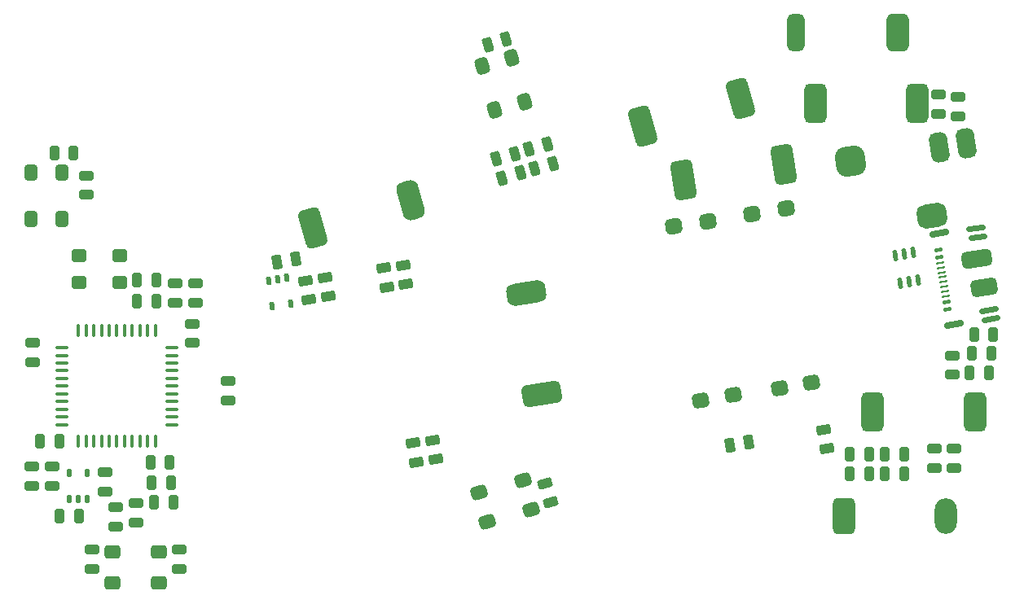
<source format=gbr>
%TF.GenerationSoftware,KiCad,Pcbnew,(6.0.10)*%
%TF.CreationDate,2023-01-19T12:32:56+01:00*%
%TF.ProjectId,QMKMouse,514d4b4d-6f75-4736-952e-6b696361645f,2.001*%
%TF.SameCoordinates,PX5c0b167PY839143b*%
%TF.FileFunction,Paste,Top*%
%TF.FilePolarity,Positive*%
%FSLAX45Y45*%
G04 Gerber Fmt 4.5, Leading zero omitted, Abs format (unit mm)*
G04 Created by KiCad (PCBNEW (6.0.10)) date 2023-01-19 12:32:56*
%MOMM*%
%LPD*%
G01*
G04 APERTURE LIST*
G04 Aperture macros list*
%AMRoundRect*
0 Rectangle with rounded corners*
0 $1 Rounding radius*
0 $2 $3 $4 $5 $6 $7 $8 $9 X,Y pos of 4 corners*
0 Add a 4 corners polygon primitive as box body*
4,1,4,$2,$3,$4,$5,$6,$7,$8,$9,$2,$3,0*
0 Add four circle primitives for the rounded corners*
1,1,$1+$1,$2,$3*
1,1,$1+$1,$4,$5*
1,1,$1+$1,$6,$7*
1,1,$1+$1,$8,$9*
0 Add four rect primitives between the rounded corners*
20,1,$1+$1,$2,$3,$4,$5,0*
20,1,$1+$1,$4,$5,$6,$7,0*
20,1,$1+$1,$6,$7,$8,$9,0*
20,1,$1+$1,$8,$9,$2,$3,0*%
G04 Aperture macros list end*
%ADD10C,0.600000*%
%ADD11C,0.700000*%
%ADD12RoundRect,0.150000X0.600000X0.350000X-0.600000X0.350000X-0.600000X-0.350000X0.600000X-0.350000X0*%
%ADD13RoundRect,0.150000X0.350000X-0.600000X0.350000X0.600000X-0.350000X0.600000X-0.350000X-0.600000X0*%
%ADD14RoundRect,0.150000X-0.350000X0.600000X-0.350000X-0.600000X0.350000X-0.600000X0.350000X0.600000X0*%
%ADD15RoundRect,0.150000X0.500876X-0.481273X0.172387X0.672891X-0.500876X0.481273X-0.172387X-0.672891X0*%
%ADD16RoundRect,0.125000X-0.332685X0.023892X-0.309512X-0.124308X0.332685X-0.023892X0.309512X0.124308X0*%
%ADD17RoundRect,0.054500X-0.406889X-0.022630X-0.394375X-0.102658X0.406889X0.022630X0.394375X0.102658X0*%
%ADD18RoundRect,0.480000X-0.950990X0.256160X-0.827401X-0.534236X0.950990X-0.256160X0.827401X0.534236X0*%
%ADD19RoundRect,0.480000X1.148589X-0.225263X1.025000X0.565133X-1.148589X0.225263X-1.025000X-0.565133X0*%
%ADD20RoundRect,0.150000X0.538727X0.438489X-0.646867X0.253107X-0.538727X-0.438489X0.646867X-0.253107X0*%
%ADD21RoundRect,0.550000X-0.600000X-1.500000X0.600000X-1.500000X0.600000X1.500000X-0.600000X1.500000X0*%
%ADD22RoundRect,0.790000X1.300488X-0.161027X1.189259X0.550329X-1.300488X0.161027X-1.189259X-0.550329X0*%
%ADD23RoundRect,0.550000X1.574684X-0.361070X1.389302X0.824524X-1.574684X0.361070X-1.389302X-0.824524X0*%
%ADD24RoundRect,0.230000X-0.520000X-0.420000X0.520000X-0.420000X0.520000X0.420000X-0.520000X0.420000X0*%
%ADD25RoundRect,0.650000X0.157361X0.935541X-0.435436X0.842850X-0.157361X-0.935541X0.435436X-0.842850X0*%
%ADD26RoundRect,1.070000X0.400084X0.548391X-0.548391X0.400084X-0.400084X-0.548391X0.548391X-0.400084X0*%
%ADD27RoundRect,0.860000X0.621467X0.491914X-0.741966X0.278723X-0.621467X-0.491914X0.741966X-0.278723X0*%
%ADD28RoundRect,0.150000X-0.500876X0.481273X-0.172387X-0.672891X0.500876X-0.481273X0.172387X0.672891X0*%
%ADD29RoundRect,0.190000X-0.004364X0.383935X-0.113044X0.366942X0.004364X-0.383935X0.113044X-0.366942X0*%
%ADD30RoundRect,0.150000X-0.481273X-0.500876X0.672891X-0.172387X0.481273X0.500876X-0.672891X0.172387X0*%
%ADD31RoundRect,0.150000X-0.538727X-0.438489X0.646867X-0.253107X0.538727X0.438489X-0.646867X0.253107X0*%
%ADD32RoundRect,0.140000X-0.550000X0.000000X-0.550000X0.000000X0.550000X0.000000X0.550000X0.000000X0*%
%ADD33RoundRect,0.140000X0.000000X0.550000X0.000000X0.550000X0.000000X-0.550000X0.000000X-0.550000X0*%
%ADD34RoundRect,0.150000X-0.600000X-0.350000X0.600000X-0.350000X0.600000X0.350000X-0.600000X0.350000X0*%
%ADD35RoundRect,0.550000X0.361070X1.574684X-0.824524X1.389302X-0.361070X-1.574684X0.824524X-1.389302X0*%
%ADD36RoundRect,0.790000X-0.001336X-1.310419X0.691163X-1.113326X0.001336X1.310419X-0.691163X1.113326X0*%
%ADD37RoundRect,0.550000X-0.166471X-1.606950X0.987694X-1.278461X0.166471X1.606950X-0.987694X1.278461X0*%
%ADD38RoundRect,0.200000X0.060000X0.260000X-0.060000X0.260000X-0.060000X-0.260000X0.060000X-0.260000X0*%
%ADD39RoundRect,1.150000X0.000000X-0.700000X0.000000X-0.700000X0.000000X0.700000X0.000000X0.700000X0*%
%ADD40RoundRect,0.550000X-0.600000X-1.350000X0.600000X-1.350000X0.600000X1.350000X-0.600000X1.350000X0*%
%ADD41RoundRect,0.450000X-0.464393X0.251275X-0.365523X-0.381042X0.464393X-0.251275X0.365523X0.381042X0*%
%ADD42RoundRect,0.410000X0.300000X-0.450000X0.300000X0.450000X-0.300000X0.450000X-0.300000X-0.450000X0*%
%ADD43RoundRect,0.410000X0.411724X-0.350689X0.165358X0.514934X-0.411724X0.350689X-0.165358X-0.514934X0*%
%ADD44RoundRect,0.480000X0.437843X-0.275669X0.332793X0.396167X-0.437843X0.275669X-0.332793X-0.396167X0*%
%ADD45RoundRect,0.200000X-0.019114X-0.266148X0.099446X-0.247610X0.019114X0.266148X-0.099446X0.247610X0*%
%ADD46RoundRect,0.550000X-0.600000X-1.400000X0.600000X-1.400000X0.600000X1.400000X-0.600000X1.400000X0*%
%ADD47RoundRect,0.650000X-0.300000X-1.300000X0.300000X-1.300000X0.300000X1.300000X-0.300000X1.300000X0*%
%ADD48RoundRect,0.410000X-0.350689X-0.411724X0.514934X-0.165358X0.350689X0.411724X-0.514934X0.165358X0*%
%ADD49RoundRect,0.150000X0.438489X-0.538727X0.253107X0.646867X-0.438489X0.538727X-0.253107X-0.646867X0*%
%ADD50RoundRect,0.410000X0.450000X0.300000X-0.450000X0.300000X-0.450000X-0.300000X0.450000X-0.300000X0*%
%ADD51RoundRect,0.550000X0.166471X1.606950X-0.987694X1.278461X-0.166471X-1.606950X0.987694X-1.278461X0*%
%ADD52RoundRect,0.150000X-0.438489X0.538727X-0.253107X-0.646867X0.438489X-0.538727X0.253107X0.646867X0*%
G04 APERTURE END LIST*
D10*
%TO.C,USB.J.3*%
X10209462Y3393295D02*
X10347781Y3414923D01*
X10095756Y4152847D02*
X10234076Y4174475D01*
D11*
X9698077Y4187832D02*
X9836397Y4209460D01*
D10*
X10229232Y3299220D02*
X10367552Y3320848D01*
X10075985Y4246923D02*
X10214305Y4268551D01*
D11*
X9851324Y3240129D02*
X9989644Y3261757D01*
%TD*%
D12*
%TO.C,REG.C.13*%
X335013Y1574742D03*
X335013Y1775222D03*
%TD*%
D13*
%TO.C,MCU.C.5*%
X1569759Y1819999D03*
X1770239Y1819999D03*
%TD*%
D14*
%TO.C,LED.R.18*%
X770240Y5032500D03*
X569760Y5032500D03*
%TD*%
%TO.C,USB.R.13*%
X10310240Y2950000D03*
X10109760Y2950000D03*
%TD*%
D12*
%TO.C,USB.R.9*%
X9960000Y5419760D03*
X9960000Y5620240D03*
%TD*%
D15*
%TO.C,LED.C.25*%
X5073589Y6162560D03*
X5266411Y6217440D03*
%TD*%
D16*
%TO.C,USB.J.3*%
X9854702Y3412723D03*
X9843115Y3486822D03*
D17*
X9833846Y3546102D03*
X9826122Y3595502D03*
X9818397Y3644901D03*
X9810673Y3694301D03*
X9802949Y3743701D03*
X9795224Y3793101D03*
X9787500Y3842501D03*
X9779776Y3891900D03*
D16*
X9770507Y3951180D03*
X9758920Y4025280D03*
D18*
X10230000Y3640000D03*
D19*
X10160000Y3930000D03*
%TD*%
D12*
%TO.C,MOS.R.5*%
X2000000Y3059759D03*
X2000000Y3260239D03*
%TD*%
D20*
%TO.C,MOS.R.3*%
X4333210Y1821564D03*
X4302239Y2019637D03*
%TD*%
D12*
%TO.C,MCU.R.1*%
X1829999Y3479759D03*
X1829999Y3680239D03*
%TD*%
D21*
%TO.C,LBS.SW.2*%
X10137499Y2340000D03*
X9077500Y2340000D03*
%TD*%
D22*
%TO.C,BTN.SW.6*%
X5473124Y3578637D03*
D23*
X5636877Y2531363D03*
%TD*%
D24*
%TO.C,MCU.Y.1*%
X1250000Y3970000D03*
X829999Y3970000D03*
X829999Y3690000D03*
X1250000Y3690000D03*
%TD*%
D25*
%TO.C,USB.J.2*%
X10047254Y5138947D03*
D26*
X8841900Y4950474D03*
D27*
X9690000Y4380000D03*
D25*
X9770615Y5095691D03*
%TD*%
D28*
%TO.C,USB.R.11*%
X5354135Y5028041D03*
X5161313Y4973161D03*
%TD*%
D14*
%TO.C,USB.R.12*%
X10330240Y3150000D03*
X10129760Y3150000D03*
%TD*%
D29*
%TO.C,USB.Z.1*%
X9357082Y3684129D03*
X9450941Y3698806D03*
X9544801Y3713482D03*
X9500000Y4000000D03*
X9406141Y3985324D03*
X9312281Y3970648D03*
%TD*%
D14*
%TO.C,USB.R.6*%
X9040240Y1700000D03*
X8839760Y1700000D03*
%TD*%
D13*
%TO.C,MCU.C.9*%
X419760Y2040000D03*
X620240Y2040000D03*
%TD*%
D30*
%TO.C,LED.C.23*%
X5672560Y1596411D03*
X5727440Y1403589D03*
%TD*%
D31*
%TO.C,MOS.R.4*%
X4502238Y2049637D03*
X4533209Y1851564D03*
%TD*%
D32*
%TO.C,MCU.U.1*%
X1795000Y2209999D03*
X1795000Y2290000D03*
X1795000Y2370000D03*
X1795000Y2449999D03*
X1795000Y2530000D03*
X1795000Y2610000D03*
X1795000Y2689999D03*
X1795000Y2770000D03*
X1795000Y2849999D03*
X1795000Y2929999D03*
X1795000Y3010000D03*
D33*
X1620000Y3184999D03*
X1540000Y3184999D03*
X1460000Y3184999D03*
X1380000Y3184999D03*
X1300000Y3184999D03*
X1220000Y3184999D03*
X1140000Y3184999D03*
X1060000Y3184999D03*
X980000Y3184999D03*
X900000Y3184999D03*
X820000Y3184999D03*
D32*
X645000Y3010000D03*
X645000Y2929999D03*
X645000Y2849999D03*
X645000Y2770000D03*
X645000Y2689999D03*
X645000Y2610000D03*
X645000Y2530000D03*
X645000Y2449999D03*
X645000Y2370000D03*
X645000Y2290000D03*
X645000Y2209999D03*
D33*
X820000Y2034999D03*
X900000Y2034999D03*
X980000Y2034999D03*
X1060000Y2034999D03*
X1140000Y2034999D03*
X1220000Y2034999D03*
X1300000Y2034999D03*
X1380000Y2034999D03*
X1460000Y2034999D03*
X1540000Y2034999D03*
X1620000Y2034999D03*
%TD*%
D12*
%TO.C,REG.C.15*%
X1095013Y1514742D03*
X1095013Y1715222D03*
%TD*%
%TO.C,LED.C.20*%
X960000Y709761D03*
X960000Y910240D03*
%TD*%
%TO.C,LED.C.27*%
X900000Y4599760D03*
X900000Y4800240D03*
%TD*%
D34*
%TO.C,USB.FB.1*%
X9920000Y1960240D03*
X9920000Y1759760D03*
%TD*%
D14*
%TO.C,USB.FB.2*%
X9400240Y1700000D03*
X9199760Y1700000D03*
%TD*%
D31*
%TO.C,MOS.C.11*%
X4194514Y3869037D03*
X4225486Y3670964D03*
%TD*%
D28*
%TO.C,USB.FB.5*%
X5694375Y5128041D03*
X5501553Y5073161D03*
%TD*%
D34*
%TO.C,MCU.C.22*%
X2039999Y3680239D03*
X2039999Y3479760D03*
%TD*%
D14*
%TO.C,REG.C.12*%
X825253Y1254982D03*
X624773Y1254982D03*
%TD*%
D35*
%TO.C,BTN.SW.8*%
X7106362Y4753124D03*
X8153636Y4916878D03*
%TD*%
D12*
%TO.C,USB.R.15*%
X9900000Y2729760D03*
X9900000Y2930240D03*
%TD*%
D31*
%TO.C,SCW.R.3*%
X8564515Y2159037D03*
X8595486Y1960964D03*
%TD*%
D36*
%TO.C,BTN.SW.7*%
X4272255Y4542582D03*
D37*
X3252744Y4252417D03*
%TD*%
D12*
%TO.C,USB.R.8*%
X9760000Y5439760D03*
X9760000Y5640240D03*
%TD*%
D38*
%TO.C,REG.U.3*%
X725000Y1435000D03*
X820000Y1435000D03*
X914999Y1435000D03*
X914999Y1705000D03*
X725000Y1705000D03*
%TD*%
D34*
%TO.C,USB.C.19*%
X9720000Y1960240D03*
X9720000Y1759760D03*
%TD*%
D39*
%TO.C,BTN.SW.3*%
X9838893Y1259701D03*
D40*
X8778894Y1259701D03*
%TD*%
D41*
%TO.C,SCW.D.12*%
X8440696Y2643800D03*
X8104304Y2591201D03*
%TD*%
D13*
%TO.C,MCU.C.6*%
X1429759Y3489999D03*
X1630239Y3489999D03*
%TD*%
D42*
%TO.C,LED.D.7*%
X650000Y4830000D03*
X330000Y4830000D03*
X330000Y4350000D03*
X650000Y4350000D03*
%TD*%
D12*
%TO.C,REG.C.14*%
X545013Y1574742D03*
X545013Y1775222D03*
%TD*%
D31*
%TO.C,REG.C.18*%
X3184514Y3709036D03*
X3215486Y3510963D03*
%TD*%
D43*
%TO.C,LED.D.5*%
X5323181Y6029652D03*
X5015404Y5942055D03*
X5146800Y5480388D03*
X5454576Y5567985D03*
%TD*%
D31*
%TO.C,MOS.C.10*%
X3994514Y3839036D03*
X4025485Y3640963D03*
%TD*%
D44*
%TO.C,SCW.Qt.2*%
X7821923Y4399659D03*
X8178075Y4455348D03*
%TD*%
D13*
%TO.C,MCU.C.8*%
X1579759Y1609999D03*
X1780239Y1609999D03*
%TD*%
D12*
%TO.C,SCW.R.2*%
X1419999Y1189759D03*
X1419999Y1390239D03*
%TD*%
D45*
%TO.C,REG.U.4*%
X2983004Y3738055D03*
X2889145Y3723379D03*
X2795285Y3708703D03*
X2836996Y3441945D03*
X3024715Y3471297D03*
%TD*%
D41*
%TO.C,SCW.D.11*%
X7625696Y2516301D03*
X7289303Y2463702D03*
%TD*%
D46*
%TO.C,BTN.SW.4*%
X9337499Y6285000D03*
D47*
X8277500Y6285000D03*
%TD*%
D48*
%TO.C,LED.D.3*%
X5529611Y1326800D03*
X5442014Y1634576D03*
X4980347Y1503181D03*
X5067944Y1195404D03*
%TD*%
D14*
%TO.C,MCU.C.4*%
X1810239Y1399999D03*
X1609759Y1399999D03*
%TD*%
D28*
%TO.C,USB.R.10*%
X5414135Y4828041D03*
X5221313Y4773161D03*
%TD*%
D14*
%TO.C,USB.R.7*%
X9040240Y1900000D03*
X8839760Y1900000D03*
%TD*%
D44*
%TO.C,SCW.Qt.1*%
X7006924Y4272154D03*
X7363075Y4327843D03*
%TD*%
D12*
%TO.C,SCW.R.4*%
X1210000Y1149759D03*
X1210000Y1350239D03*
%TD*%
D31*
%TO.C,REG.C.17*%
X3384514Y3739037D03*
X3415486Y3540964D03*
%TD*%
D34*
%TO.C,LED.R.16*%
X1870000Y910240D03*
X1870000Y709761D03*
%TD*%
D49*
%TO.C,REG.C.16*%
X2880963Y3904515D03*
X3079036Y3935486D03*
%TD*%
D50*
%TO.C,LED.D.1*%
X1175023Y885010D03*
X1175023Y565010D03*
X1655023Y565010D03*
X1655023Y885010D03*
%TD*%
D51*
%TO.C,BTN.SW.5*%
X6682745Y5312418D03*
X7702256Y5602583D03*
%TD*%
D21*
%TO.C,LBS.SW.1*%
X9537499Y5555000D03*
X8477500Y5555000D03*
%TD*%
D14*
%TO.C,USB.R.14*%
X10280240Y2750000D03*
X10079760Y2750000D03*
%TD*%
D12*
%TO.C,MCU.R.20*%
X340000Y2859760D03*
X340000Y3060240D03*
%TD*%
D28*
%TO.C,USB.FB.4*%
X5754135Y4928040D03*
X5561313Y4873161D03*
%TD*%
D14*
%TO.C,USB.FB.3*%
X9400240Y1900000D03*
X9199760Y1900000D03*
%TD*%
D12*
%TO.C,MCU.C.1*%
X2380000Y2459760D03*
X2380000Y2660240D03*
%TD*%
D52*
%TO.C,SCW.R.1*%
X7789037Y2025486D03*
X7590964Y1994514D03*
%TD*%
D13*
%TO.C,MCU.C.7*%
X1429759Y3709999D03*
X1630239Y3709999D03*
%TD*%
M02*

</source>
